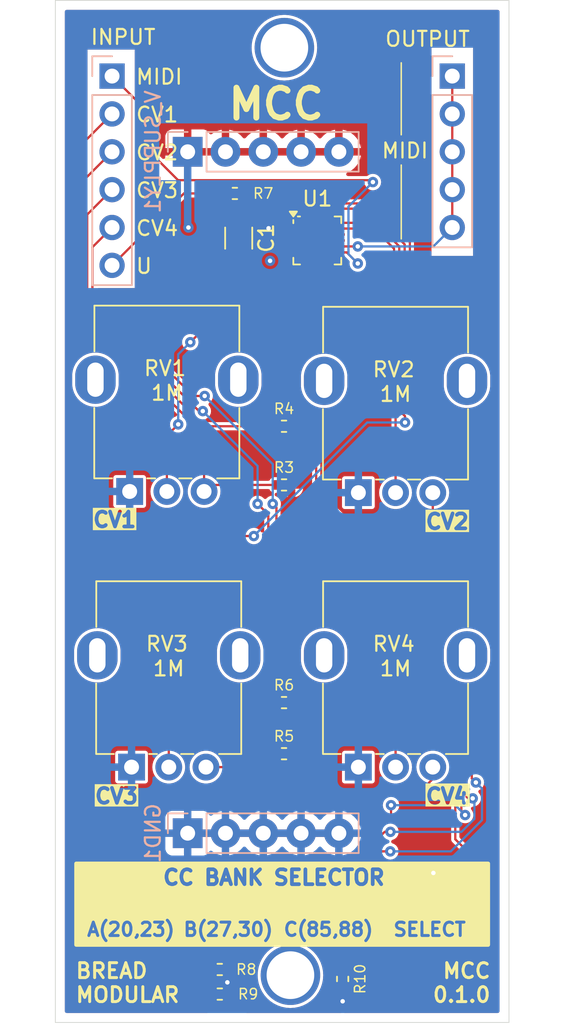
<source format=kicad_pcb>
(kicad_pcb (version 20240108) (generator "pcbnew") (generator_version "8.0")
  (layers (0 "F.Cu" signal) (31 "B.Cu" signal) (34 "B.Paste" user) (35 "F.Paste" user) (36 "B.SilkS" user "B.Silkscreen") (37 "F.SilkS" user "F.Silkscreen") (38 "B.Mask" user) (39 "F.Mask" user) (44 "Edge.Cuts" user))
  (net 0 "")
  (net 1 "GND")
  (net 2 "BANK_A_LED")
  (net 3 "Net-(D1-K)")
  (net 4 "BANK_B_LED")
  (net 5 "Net-(D2-K)")
  (net 6 "Net-(D3-K)")
  (net 7 "V_SUPPLY")
  (net 8 "BANK_C_LED")
  (net 9 "MIDI_IN")
  (net 10 "CV3")
  (net 11 "CV4")
  (net 12 "UDPI")
  (net 13 "CV1")
  (net 14 "CV2")
  (net 15 "MIDI_OUT")
  (net 16 "Net-(U1-~{RESET}{slash}PA0)")
  (net 17 "AIN_1")
  (net 18 "AIN_2")
  (net 19 "AIN_3")
  (net 20 "AIN_4")
  (net 21 "BANK_SELECTOR")
  (footprint "Resistor_SMD:R_0402_1005Metric" (layer "F.Cu") (at 66.294 106.299 -90)
    (property "Reference" "R10" (at 0 -1.17 90) (layer "F.SilkS") (effects (font (size 0.7 0.7) (thickness 0.1))))
    (property "Value" "1k")
    (fp_line (start -0.153641 0.38) (end 0.153641 0.38) (stroke (width 0.12)) (layer "F.SilkS"))
    (fp_line (start -0.153641 -0.38) (end 0.153641 -0.38) (stroke (width 0.12)) (layer "F.SilkS"))
    (pad "1" smd roundrect (at -0.51 0 270) (size 0.54 0.64) (layers "F.Cu" "F.Paste" "F.Mask") (net 6 "Net-(D3-K)"))
    (pad "2" smd roundrect (at 0.51 0 270) (size 0.54 0.64) (layers "F.Cu" "F.Paste" "F.Mask") (net 1 "GND"))
  )
  (footprint "Resistor_SMD:R_0402_1005Metric" (layer "F.Cu") (at 62.355 69.215)
    (property "Reference" "R4" (at 0 -1.17 0) (layer "F.SilkS") (effects (font (size 0.7 0.7) (thickness 0.1))))
    (property "Value" "10k")
    (fp_line (start -0.153641 -0.38) (end 0.153641 -0.38) (stroke (width 0.12)) (layer "F.SilkS"))
    (fp_line (start -0.153641 0.38) (end 0.153641 0.38) (stroke (width 0.12)) (layer "F.SilkS"))
    (pad "1" smd roundrect (at -0.51 0) (size 0.54 0.64) (layers "F.Cu" "F.Paste" "F.Mask") (net 14 "CV2"))
    (pad "2" smd roundrect (at 0.51 0) (size 0.54 0.64) (layers "F.Cu" "F.Paste" "F.Mask") (net 7 "V_SUPPLY"))
  )
  (footprint "Capacitor_SMD:C_1206_3216Metric" (layer "F.Cu") (at 59.309 56.593 -90)
    (property "Reference" "C1" (at 0 -1.85 90) (layer "F.SilkS"))
    (property "Value" "100uf")
    (fp_line (start -0.711252 0.91) (end 0.711252 0.91) (stroke (width 0.12)) (layer "F.SilkS"))
    (fp_line (start -0.711252 -0.91) (end 0.711252 -0.91) (stroke (width 0.12)) (layer "F.SilkS"))
    (pad "1" smd roundrect (at -1.475 0 270) (size 1.15 1.8) (layers "F.Cu" "F.Paste" "F.Mask") (roundrect_rratio 0.217391) (net 1 "GND"))
    (pad "2" smd roundrect (at 1.475 0 270) (size 1.15 1.8) (layers "F.Cu" "F.Paste" "F.Mask") (roundrect_rratio 0.217391) (net 7 "V_SUPPLY"))
  )
  (footprint "BreadModular_Pots:Potentiometer_RV09" (layer "F.Cu") (at 69.977 85.093)
    (property "Reference" "RV4" (at -0.254 -1.27 180) (layer "F.SilkS"))
    (property "Value" "1M" (at -0.127 0.381 180) (layer "F.SilkS"))
    (fp_line (start -5.007 6.112) (end -5.007 1.392) (stroke (width 0.12)) (layer "F.SilkS"))
    (fp_line (start -4.997 -2.418) (end -4.997 -5.478) (stroke (width 0.12)) (layer "F.SilkS"))
    (fp_line (start -3.817 6.112) (end -4.997 6.112) (stroke (width 0.12)) (layer "F.SilkS"))
    (fp_line (start -0.917 6.112) (end -1.447 6.112) (stroke (width 0.12)) (layer "F.SilkS"))
    (fp_line (start 1.533 6.112) (end 0.703 6.112) (stroke (width 0.12)) (layer "F.SilkS"))
    (fp_line (start 4.743 -5.478) (end -4.997 -5.478) (stroke (width 0.12)) (layer "F.SilkS"))
    (fp_line (start 4.743 -2.418) (end 4.743 -5.478) (stroke (width 0.12)) (layer "F.SilkS"))
    (fp_line (start 4.743 6.112) (end 3.253 6.112) (stroke (width 0.12)) (layer "F.SilkS"))
    (fp_line (start 4.743 6.112) (end 4.743 1.392) (stroke (width 0.12)) (layer "F.SilkS"))
    (pad "" thru_hole oval (at -4.927 -0.508 180) (size 2.72 3.24) (drill oval 1.1 2.3) (layers "*.Cu" "*.Mask"))
    (pad "" thru_hole oval (at 4.673 -0.508 180) (size 2.72 3.24) (drill oval 1.1 2.3) (layers "*.Cu" "*.Mask"))
    (pad "1" thru_hole rect (at -2.627 6.992 180) (size 1.8 1.8) (drill 1) (layers "*.Cu" "*.Mask") (net 1 "GND"))
    (pad "2" thru_hole circle (at -0.127 6.992 180) (size 1.8 1.8) (drill 1) (layers "*.Cu" "*.Mask") (net 20 "AIN_4"))
    (pad "3" thru_hole circle (at 2.373 6.992 180) (size 1.8 1.8) (drill 1) (layers "*.Cu" "*.Mask") (net 11 "CV4"))
  )
  (footprint "Resistor_SMD:R_0402_1005Metric" (layer "F.Cu") (at 58.039 107.315)
    (property "Reference" "R9" (at 1.905 0 0) (layer "F.SilkS") (effects (font (size 0.7 0.7) (thickness 0.1))))
    (property "Value" "1k")
    (fp_line (start -0.153641 -0.38) (end 0.153641 -0.38) (stroke (width 0.12)) (layer "F.SilkS"))
    (fp_line (start -0.153641 0.38) (end 0.153641 0.38) (stroke (width 0.12)) (layer "F.SilkS"))
    (pad "1" smd roundrect (at -0.51 0) (size 0.54 0.64) (layers "F.Cu" "F.Paste" "F.Mask") (net 5 "Net-(D2-K)"))
    (pad "2" smd roundrect (at 0.51 0) (size 0.54 0.64) (layers "F.Cu" "F.Paste" "F.Mask") (net 1 "GND"))
  )
  (footprint "LED_SMD:LED_0603_1608Metric" (layer "F.Cu") (at 52.1715 101.219)
    (property "Reference" "D1")
    (property "Value" "LED")
    (fp_line (start -1.485 -0.735) (end -1.485 0.735) (stroke (width 0.12)) (layer "F.SilkS"))
    (fp_line (start -1.485 0.735) (end 0.8 0.735) (stroke (width 0.12)) (layer "F.SilkS"))
    (fp_line (start 0.8 -0.735) (end -1.485 -0.735) (stroke (width 0.12)) (layer "F.SilkS"))
    (pad "1" smd roundrect (at -0.7875 0) (size 0.875 0.95) (layers "F.Cu" "F.Paste" "F.Mask") (net 3 "Net-(D1-K)"))
    (pad "2" smd roundrect (at 0.7875 0) (size 0.875 0.95) (layers "F.Cu" "F.Paste" "F.Mask") (net 2 "BANK_A_LED"))
  )
  (footprint "BreadModular_Pots:Potentiometer_RV09" (layer "F.Cu") (at 54.737 85.093)
    (property "Reference" "RV3" (at -0.254 -1.27 180) (layer "F.SilkS"))
    (property "Value" "1M" (at -0.127 0.381 180) (layer "F.SilkS"))
    (fp_line (start -5.007 6.112) (end -5.007 1.392) (stroke (width 0.12)) (layer "F.SilkS"))
    (fp_line (start -4.997 -2.418) (end -4.997 -5.478) (stroke (width 0.12)) (layer "F.SilkS"))
    (fp_line (start -3.817 6.112) (end -4.997 6.112) (stroke (width 0.12)) (layer "F.SilkS"))
    (fp_line (start -0.917 6.112) (end -1.447 6.112) (stroke (width 0.12)) (layer "F.SilkS"))
    (fp_line (start 1.533 6.112) (end 0.703 6.112) (stroke (width 0.12)) (layer "F.SilkS"))
    (fp_line (start 4.743 -5.478) (end -4.997 -5.478) (stroke (width 0.12)) (layer "F.SilkS"))
    (fp_line (start 4.743 -2.418) (end 4.743 -5.478) (stroke (width 0.12)) (layer "F.SilkS"))
    (fp_line (start 4.743 6.112) (end 3.253 6.112) (stroke (width 0.12)) (layer "F.SilkS"))
    (fp_line (start 4.743 6.112) (end 4.743 1.392) (stroke (width 0.12)) (layer "F.SilkS"))
    (pad "" thru_hole oval (at -4.927 -0.508 180) (size 2.72 3.24) (drill oval 1.1 2.3) (layers "*.Cu" "*.Mask"))
    (pad "" thru_hole oval (at 4.673 -0.508 180) (size 2.72 3.24) (drill oval 1.1 2.3) (layers "*.Cu" "*.Mask"))
    (pad "1" thru_hole rect (at -2.627 6.992 180) (size 1.8 1.8) (drill 1) (layers "*.Cu" "*.Mask") (net 1 "GND"))
    (pad "2" thru_hole circle (at -0.127 6.992 180) (size 1.8 1.8) (drill 1) (layers "*.Cu" "*.Mask") (net 19 "AIN_3"))
    (pad "3" thru_hole circle (at 2.373 6.992 180) (size 1.8 1.8) (drill 1) (layers "*.Cu" "*.Mask") (net 10 "CV3"))
  )
  (footprint "Package_DFN_QFN:VQFN-20-1EP_3x3mm_P0.4mm_EP1.7x1.7mm" (layer "F.Cu") (at 64.59 56.75)
    (property "Reference" "U1" (at 0 -2.8 0) (layer "F.SilkS"))
    (property "Value" "ATtiny1616-M")
    (fp_line (start -1.61 -1.16) (end -1.61 -1.37) (stroke (width 0.12)) (layer "F.SilkS"))
    (fp_line (start -1.61 1.61) (end -1.61 1.16) (stroke (width 0.12)) (layer "F.SilkS"))
    (fp_line (start -1.16 -1.61) (end -1.31 -1.61) (stroke (width 0.12)) (layer "F.SilkS"))
    (fp_line (start -1.16 1.61) (end -1.61 1.61) (stroke (width 0.12)) (layer "F.SilkS"))
    (fp_line (start 1.16 -1.61) (end 1.61 -1.61) (stroke (width 0.12)) (layer "F.SilkS"))
    (fp_line (start 1.16 1.61) (end 1.61 1.61) (stroke (width 0.12)) (layer "F.SilkS"))
    (fp_line (start 1.61 -1.61) (end 1.61 -1.16) (stroke (width 0.12)) (layer "F.SilkS"))
    (fp_line (start 1.61 1.61) (end 1.61 1.16) (stroke (width 0.12)) (layer "F.SilkS"))
    (fp_poly (pts (xy -1.61 -1.61) (xy -1.85 -1.94) (xy -1.37 -1.94) (xy -1.61 -1.61)) (stroke (width 0.12)) (fill solid) (layer "F.SilkS"))
    (pad "1" smd custom (at -1.45 -0.8) (size 0.143431 0.143431) (layers "F.Cu" "F.Paste" "F.Mask") (options (clearance outline) (anchor circle)) (primitives (gr_poly (pts (xy -0.35 -0.05) (xy 0.299289 -0.05) (xy 0.35 0.000711) (xy 0.35 0.05) (xy -0.35 0.05)) (width 0.1) (fill yes))))
    (pad "2" smd roundrect (at -1.45 -0.4) (size 0.8 0.2) (layers "F.Cu" "F.Paste" "F.Mask"))
    (pad "3" smd roundrect (at -1.45 0) (size 0.8 0.2) (layers "F.Cu" "F.Paste" "F.Mask") (net 1 "GND"))
    (pad "4" smd roundrect (at -1.45 0.4) (size 0.8 0.2) (layers "F.Cu" "F.Paste" "F.Mask") (net 7 "V_SUPPLY"))
    (pad "5" smd custom (at -1.45 0.8) (size 0.143431 0.143431) (layers "F.Cu" "F.Paste" "F.Mask") (net 17 "AIN_1") (options (clearance outline) (anchor circle)) (primitives (gr_poly (pts (xy -0.35 -0.05) (xy 0.35 -0.05) (xy 0.35 -0.000711) (xy 0.299289 0.05) (xy -0.35 0.05)) (width 0.1) (fill yes))))
    (pad "6" smd custom (at -0.8 1.45) (size 0.143431 0.143431) (layers "F.Cu" "F.Paste" "F.Mask") (net 18 "AIN_2") (options (clearance outline) (anchor circle)) (primitives (gr_poly (pts (xy -0.05 -0.299289) (xy 0.000711 -0.35) (xy 0.05 -0.35) (xy 0.05 0.35) (xy -0.05 0.35)) (width 0.1) (fill yes))))
    (pad "7" smd roundrect (at -0.4 1.45) (size 0.2 0.8) (layers "F.Cu" "F.Paste" "F.Mask") (net 19 "AIN_3"))
    (pad "8" smd roundrect (at 0 1.45) (size 0.2 0.8) (layers "F.Cu" "F.Paste" "F.Mask") (net 20 "AIN_4"))
    (pad "9" smd roundrect (at 0.4 1.45) (size 0.2 0.8) (layers "F.Cu" "F.Paste" "F.Mask"))
    (pad "10" smd custom (at 0.8 1.45) (size 0.143431 0.143431) (layers "F.Cu" "F.Paste" "F.Mask") (options (clearance outline) (anchor circle)) (primitives (gr_poly (pts (xy -0.05 -0.35) (xy -0.000711 -0.35) (xy 0.05 -0.299289) (xy 0.05 0.35) (xy -0.05 0.35)) (width 0.1) (fill yes))))
    (pad "11" smd custom (at 1.45 0.8) (size 0.143431 0.143431) (layers "F.Cu" "F.Paste" "F.Mask") (net 9 "MIDI_IN") (options (clearance outline) (anchor circle)) (primitives (gr_poly (pts (xy -0.35 -0.05) (xy 0.35 -0.05) (xy 0.35 0.05) (xy -0.299289 0.05) (xy -0.35 -0.000711)) (width 0.1) (fill yes))))
    (pad "12" smd roundrect (at 1.45 0.4) (size 0.8 0.2) (layers "F.Cu" "F.Paste" "F.Mask") (net 15 "MIDI_OUT"))
    (pad "13" smd roundrect (at 1.45 0) (size 0.8 0.2) (layers "F.Cu" "F.Paste" "F.Mask"))
    (pad "14" smd roundrect (at 1.45 -0.4) (size 0.8 0.2) (layers "F.Cu" "F.Paste" "F.Mask"))
    (pad "15" smd custom (at 1.45 -0.8) (size 0.143431 0.143431) (layers "F.Cu" "F.Paste" "F.Mask") (net 21 "BANK_SELECTOR") (options (clearance outline) (anchor circle)) (primitives (gr_poly (pts (xy -0.35 0.000711) (xy -0.299289 -0.05) (xy 0.35 -0.05) (xy 0.35 0.05) (xy -0.35 0.05)) (width 0.1) (fill yes))))
    (pad "16" smd custom (at 0.8 -1.45) (size 0.143431 0.143431) (layers "F.Cu" "F.Paste" "F.Mask") (net 2 "BANK_A_LED") (options (clearance outline) (anchor circle)) (primitives (gr_poly (pts (xy -0.05 -0.35) (xy 0.05 -0.35) (xy 0.05 0.299289) (xy -0.000711 0.35) (xy -0.05 0.35)) (width 0.1) (fill yes))))
    (pad "17" smd roundrect (at 0.4 -1.45) (size 0.2 0.8) (layers "F.Cu" "F.Paste" "F.Mask") (net 4 "BANK_B_LED"))
    (pad "18" smd roundrect (at 0 -1.45) (size 0.2 0.8) (layers "F.Cu" "F.Paste" "F.Mask") (net 8 "BANK_C_LED"))
    (pad "19" smd roundrect (at -0.4 -1.45) (size 0.2 0.8) (layers "F.Cu" "F.Paste" "F.Mask") (net 16 "Net-(U1-~{RESET}{slash}PA0)"))
    (pad "20" smd custom (at -0.8 -1.45) (size 0.143431 0.143431) (layers "F.Cu" "F.Paste" "F.Mask") (options (clearance outline) (anchor circle)) (primitives (gr_poly (pts (xy -0.05 -0.35) (xy 0.05 -0.35) (xy 0.05 0.35) (xy 0.000711 0.35) (xy -0.05 0.299289)) (width 0.1) (fill yes))))
    (pad "21" smd rect (at 0 0) (size 1.7 1.7) (property pad_prop_heatsink) (layers "F.Cu" "F.Mask") (net 1 "GND"))
  )
  (footprint "Resistor_SMD:R_0402_1005Metric" (layer "F.Cu") (at 58.037 105.664)
    (property "Reference" "R8" (at 1.78 0 0) (layer "F.SilkS") (effects (font (size 0.7 0.7) (thickness 0.1))))
    (property "Value" "1k")
    (fp_line (start -0.153641 -0.38) (end 0.153641 -0.38) (stroke (width 0.12)) (layer "F.SilkS"))
    (fp_line (start -0.153641 0.38) (end 0.153641 0.38) (stroke (width 0.12)) (layer "F.SilkS"))
    (pad "1" smd roundrect (at -0.51 0) (size 0.54 0.64) (layers "F.Cu" "F.Paste" "F.Mask") (net 3 "Net-(D1-K)"))
    (pad "2" smd roundrect (at 0.51 0) (size 0.54 0.64) (layers "F.Cu" "F.Paste" "F.Mask") (net 1 "GND"))
  )
  (footprint "LED_SMD:LED_0603_1608Metric" (layer "F.Cu") (at 58.7755 101.219)
    (property "Reference" "D2")
    (property "Value" "LED")
    (fp_line (start -1.485 -0.735) (end -1.485 0.735) (stroke (width 0.12)) (layer "F.SilkS"))
    (fp_line (start -1.485 0.735) (end 0.8 0.735) (stroke (width 0.12)) (layer "F.SilkS"))
    (fp_line (start 0.8 -0.735) (end -1.485 -0.735) (stroke (width 0.12)) (layer "F.SilkS"))
    (pad "1" smd roundrect (at -0.7875 0) (size 0.875 0.95) (layers "F.Cu" "F.Paste" "F.Mask") (net 5 "Net-(D2-K)"))
    (pad "2" smd roundrect (at 0.7875 0) (size 0.875 0.95) (layers "F.Cu" "F.Paste" "F.Mask") (net 4 "BANK_B_LED"))
  )
  (footprint "LED_SMD:LED_0603_1608Metric" (layer "F.Cu") (at 65.5065 101.219)
    (property "Reference" "D3")
    (property "Value" "LED")
    (fp_line (start -1.485 -0.735) (end -1.485 0.735) (stroke (width 0.12)) (layer "F.SilkS"))
    (fp_line (start -1.485 0.735) (end 0.8 0.735) (stroke (width 0.12)) (layer "F.SilkS"))
    (fp_line (start 0.8 -0.735) (end -1.485 -0.735) (stroke (width 0.12)) (layer "F.SilkS"))
    (pad "1" smd roundrect (at -0.7875 0) (size 0.875 0.95) (layers "F.Cu" "F.Paste" "F.Mask") (net 6 "Net-(D3-K)"))
    (pad "2" smd roundrect (at 0.7875 0) (size 0.875 0.95) (layers "F.Cu" "F.Paste" "F.Mask") (net 8 "BANK_C_LED"))
  )
  (footprint "BreadModular_Pots:Potentiometer_RV09" (layer "F.Cu") (at 69.977 66.678)
    (property "Reference" "RV2" (at -0.254 -1.27 180) (layer "F.SilkS"))
    (property "Value" "1M" (at -0.127 0.381 180) (layer "F.SilkS"))
    (fp_line (start -5.007 6.112) (end -5.007 1.392) (stroke (width 0.12)) (layer "F.SilkS"))
    (fp_line (start -4.997 -2.418) (end -4.997 -5.478) (stroke (width 0.12)) (layer "F.SilkS"))
    (fp_line (start -3.817 6.112) (end -4.997 6.112) (stroke (width 0.12)) (layer "F.SilkS"))
    (fp_line (start -0.917 6.112) (end -1.447 6.112) (stroke (width 0.12)) (layer "F.SilkS"))
    (fp_line (start 1.533 6.112) (end 0.703 6.112) (stroke (width 0.12)) (layer "F.SilkS"))
    (fp_line (start 4.743 -5.478) (end -4.997 -5.478) (stroke (width 0.12)) (layer "F.SilkS"))
    (fp_line (start 4.743 -2.418) (end 4.743 -5.478) (stroke (width 0.12)) (layer "F.SilkS"))
    (fp_line (start 4.743 6.112) (end 3.253 6.112) (stroke (width 0.12)) (layer "F.SilkS"))
    (fp_line (start 4.743 6.112) (end 4.743 1.392) (stroke (width 0.12)) (layer "F.SilkS"))
    (pad "" thru_hole oval (at -4.927 -0.508 180) (size 2.72 3.24) (drill oval 1.1 2.3) (layers "*.Cu" "*.Mask"))
    (pad "" thru_hole oval (at 4.673 -0.508 180) (size 2.72 3.24) (drill oval 1.1 2.3) (layers "*.Cu" "*.Mask"))
    (pad "1" thru_hole rect (at -2.627 6.992 180) (size 1.8 1.8) (drill 1) (layers "*.Cu" "*.Mask") (net 1 "GND"))
    (pad "2" thru_hole circle (at -0.127 6.992 180) (size 1.8 1.8) (drill 1) (layers "*.Cu" "*.Mask") (net 18 "AIN_2"))
    (pad "3" thru_hole circle (at 2.373 6.992 180) (size 1.8 1.8) (drill 1) (layers "*.Cu" "*.Mask") (net 14 "CV2"))
  )
  (footprint "Resistor_SMD:R_0402_1005Metric" (layer "F.Cu") (at 62.355 87.757)
    (property "Reference" "R6" (at 0 -1.17 0) (layer "F.SilkS") (effects (font (size 0.7 0.7) (thickness 0.1))))
    (property "Value" "10k")
    (fp_line (start -0.153641 -0.38) (end 0.153641 -0.38) (stroke (width 0.12)) (layer "F.SilkS"))
    (fp_line (start -0.153641 0.38) (end 0.153641 0.38) (stroke (width 0.12)) (layer "F.SilkS"))
    (pad "1" smd roundrect (at -0.51 0) (size 0.54 0.64) (layers "F.Cu" "F.Paste" "F.Mask") (net 11 "CV4"))
    (pad "2" smd roundrect (at 0.51 0) (size 0.54 0.64) (layers "F.Cu" "F.Paste" "F.Mask") (net 7 "V_SUPPLY"))
  )
  (footprint "Resistor_SMD:R_0402_1005Metric" (layer "F.Cu") (at 59.053 53.594 180)
    (property "Reference" "R7" (at -1.905 0 0) (layer "F.SilkS") (effects (font (size 0.7 0.7) (thickness 0.1))))
    (property "Value" "4.7k")
    (fp_line (start -0.153641 0.38) (end 0.153641 0.38) (stroke (width 0.12)) (layer "F.SilkS"))
    (fp_line (start -0.153641 -0.38) (end 0.153641 -0.38) (stroke (width 0.12)) (layer "F.SilkS"))
    (pad "1" smd roundrect (at -0.51 0 180) (size 0.54 0.64) (layers "F.Cu" "F.Paste" "F.Mask") (net 16 "Net-(U1-~{RESET}{slash}PA0)"))
    (pad "2" smd roundrect (at 0.51 0 180) (size 0.54 0.64) (layers "F.Cu" "F.Paste" "F.Mask") (net 12 "UDPI"))
  )
  (footprint "Resistor_SMD:R_0402_1005Metric" (layer "F.Cu") (at 62.355 73.152)
    (property "Reference" "R3" (at 0 -1.17 0) (layer "F.SilkS") (effects (font (size 0.7 0.7) (thickness 0.1))))
    (property "Value" "10k")
    (fp_line (start -0.153641 -0.38) (end 0.153641 -0.38) (stroke (width 0.12)) (layer "F.SilkS"))
    (fp_line (start -0.153641 0.38) (end 0.153641 0.38) (stroke (width 0.12)) (layer "F.SilkS"))
    (pad "1" smd roundrect (at -0.51 0) (size 0.54 0.64) (layers "F.Cu" "F.Paste" "F.Mask") (net 13 "CV1"))
    (pad "2" smd roundrect (at 0.51 0) (size 0.54 0.64) (layers "F.Cu" "F.Paste" "F.Mask") (net 7 "V_SUPPLY"))
  )
  (footprint "BreadModular_Pots:Potentiometer_RV09" (layer "F.Cu") (at 54.61 66.5988)
    (property "Reference" "RV1" (at -0.254 -1.27 180) (layer "F.SilkS"))
    (property "Value" "1M" (at -0.127 0.381 180) (layer "F.SilkS"))
    (fp_line (start -5.007 6.112) (end -5.007 1.392) (stroke (width 0.12)) (layer "F.SilkS"))
    (fp_line (start -4.997 -2.418) (end -4.997 -5.478) (stroke (width 0.12)) (layer "F.SilkS"))
    (fp_line (start -3.817 6.112) (end -4.997 6.112) (stroke (width 0.12)) (layer "F.SilkS"))
    (fp_line (start -0.917 6.112) (end -1.447 6.112) (stroke (width 0.12)) (layer "F.SilkS"))
    (fp_line (start 1.533 6.112) (end 0.703 6.112) (stroke (width 0.12)) (layer "F.SilkS"))
    (fp_line (start 4.743 -5.478) (end -4.997 -5.478) (stroke (width 0.12)) (layer "F.SilkS"))
    (fp_line (start 4.743 -2.418) (end 4.743 -5.478) (stroke (width 0.12)) (layer "F.SilkS"))
    (fp_line (start 4.743 6.112) (end 3.253 6.112) (stroke (width 0.12)) (layer "F.SilkS"))
    (fp_line (start 4.743 6.112) (end 4.743 1.392) (stroke (width 0.12)) (layer "F.SilkS"))
    (pad "" thru_hole oval (at -4.927 -0.508 180) (size 2.72 3.24) (drill oval 1.1 2.3) (layers "*.Cu" "*.Mask"))
    (pad "" thru_hole oval (at 4.673 -0.508 180) (size 2.72 3.24) (drill oval 1.1 2.3) (layers "*.Cu" "*.Mask"))
    (pad "1" thru_hole rect (at -2.627 6.992 180) (size 1.8 1.8) (drill 1) (layers "*.Cu" "*.Mask") (net 1 "GND"))
    (pad "2" thru_hole circle (at -0.127 6.992 180) (size 1.8 1.8) (drill 1) (layers "*.Cu" "*.Mask") (net 17 "AIN_1"))
    (pad "3" thru_hole circle (at 2.373 6.992 180) (size 1.8 1.8) (drill 1) (layers "*.Cu" "*.Mask") (net 13 "CV1"))
  )
  (footprint "Resistor_SMD:R_0402_1005Metric" (layer "F.Cu") (at 62.355 91.186)
    (property "Reference" "R5" (at 0 -1.17 0) (layer "F.SilkS") (effects (font (size 0.7 0.7) (thickness 0.1))))
    (property "Value" "10k")
    (fp_line (start -0.153641 -0.38) (end 0.153641 -0.38) (stroke (width 0.12)) (layer "F.SilkS"))
    (fp_line (start -0.153641 0.38) (end 0.153641 0.38) (stroke (width 0.12)) (layer "F.SilkS"))
    (pad "1" smd roundrect (at -0.51 0) (size 0.54 0.64) (layers "F.Cu" "F.Paste" "F.Mask") (net 10 "CV3"))
    (pad "2" smd roundrect (at 0.51 0) (size 0.54 0.64) (layers "F.Cu" "F.Paste" "F.Mask") (net 7 "V_SUPPLY"))
  )
  (footprint "BreadModular_MISC:K2-1808SN-A4SW-01" (layer "F.Cu") (at 72.145 100.287)
    (property "Reference" "SW1" (at 0.108 -0.018 0) (layer "F.SilkS") (effects (font (thickness 0.1))))
    (property "Value" "K2-1808SN-A4SW-01")
    (fp_line (start -2.05 -0.725) (end -2.05 0.775) (stroke (width 0.1)) (layer "F.SilkS"))
    (fp_line (start -1.5 -1.2) (end 1.6 -1.2) (stroke (width 0.1)) (layer "F.SilkS"))
    (fp_line (start -1.49 1.025) (end 1.61 1.025) (stroke (width 0.1)) (layer "F.SilkS"))
    (fp_line (start 2.175 -0.725) (end 2.175 0.775) (stroke (width 0.1)) (layer "F.SilkS"))
    (pad "1" smd rect (at -2.06 -1.1) (size 1.05 0.65) (layers "F.Cu" "F.Paste" "F.Mask") (net 1 "GND"))
    (pad "1" smd rect (at 2.14 -1.1) (size 1.05 0.65) (layers "F.Cu" "F.Paste" "F.Mask") (net 1 "GND"))
    (pad "2" smd rect (at -2.05 1.125) (size 1.05 0.65) (layers "F.Cu" "F.Paste" "F.Mask") (net 21 "BANK_SELECTOR"))
    (pad "2" smd rect (at 2.15 1.125) (size 1.05 0.65) (layers "F.Cu" "F.Paste" "F.Mask") (net 21 "BANK_SELECTOR"))
  )
  (footprint "Connector_PinSocket_2.54mm:PinSocket_1x06_P2.54mm_Vertical" (layer "B.Cu") (at 50.8 45.72 180)
    (property "Reference" "INPUT1")
    (property "Value" "Conn_01x06_Socket")
    (fp_line (start 1.33 1.33) (end 0 1.33) (stroke (width 0.12)) (layer "B.SilkS"))
    (fp_line (start 1.33 0) (end 1.33 1.33) (stroke (width 0.12)) (layer "B.SilkS"))
    (fp_line (start 1.33 -1.27) (end -1.33 -1.27) (stroke (width 0.12)) (layer "B.SilkS"))
    (fp_line (start 1.33 -14.03) (end 1.33 -1.27) (stroke (width 0.12)) (layer "B.SilkS"))
    (fp_line (start 1.33 -14.03) (end -1.33 -14.03) (stroke (width 0.12)) (layer "B.SilkS"))
    (fp_line (start -1.33 -14.03) (end -1.33 -1.27) (stroke (width 0.12)) (layer "B.SilkS"))
    (pad "1" thru_hole rect (at 0 0 180) (size 1.7 1.7) (drill 1) (layers "*.Cu" "*.Mask") (net 9 "MIDI_IN"))
    (pad "2" thru_hole oval (at 0 -2.54 180) (size 1.7 1.7) (drill 1) (layers "*.Cu" "*.Mask") (net 13 "CV1"))
    (pad "3" thru_hole oval (at 0 -5.08 180) (size 1.7 1.7) (drill 1) (layers "*.Cu" "*.Mask") (net 14 "CV2"))
    (pad "4" thru_hole oval (at 0 -7.62 180) (size 1.7 1.7) (drill 1) (layers "*.Cu" "*.Mask") (net 10 "CV3"))
    (pad "5" thru_hole oval (at 0 -10.16 180) (size 1.7 1.7) (drill 1) (layers "*.Cu" "*.Mask") (net 11 "CV4"))
    (pad "6" thru_hole oval (at 0 -12.7 180) (size 1.7 1.7) (drill 1) (layers "*.Cu" "*.Mask") (net 12 "UDPI"))
  )
  (footprint "BreadModular_MISC:Power_Connector" (layer "B.Cu") (at 55.88 50.8 -90)
    (property "Reference" "V_SUPPLY1" (at 0 2.33 90) (layer "B.SilkS") (effects (justify mirror)))
    (property "Value" "Conn_01x05_Pin")
    (fp_line (start -1.33 1.33) (end -1.33 0) (stroke (width 0.12)) (layer "B.SilkS"))
    (fp_line (start 0 1.33) (end -1.33 1.33) (stroke (width 0.12)) (layer "B.SilkS"))
    (fp_line (start 1.33 -1.27) (end -1.33 -1.27) (stroke (width 0.12)) (layer "B.SilkS"))
    (fp_line (start -1.33 -11.49) (end -1.33 -1.27) (stroke (width 0.12)) (layer "B.SilkS"))
    (fp_line (start 1.33 -11.49) (end 1.33 -1.27) (stroke (width 0.12)) (layer "B.SilkS"))
    (fp_line (start 1.33 -11.49) (end -1.33 -11.49) (stroke (width 0.12)) (layer "B.SilkS"))
    (pad "1" thru_hole rect (at 0 0 270) (size 2 2) (drill 1) (layers "*.Cu" "*.Mask") (net 7 "V_SUPPLY"))
    (pad "2" thru_hole oval (at 0 -2.54 270) (size 2 2) (drill 1) (layers "*.Cu" "*.Mask") (net 7 "V_SUPPLY"))
    (pad "3" thru_hole oval (at 0 -5.08 270) (size 2 2) (drill 1) (layers "*.Cu" "*.Mask") (net 7 "V_SUPPLY"))
    (pad "4" thru_hole oval (at 0 -7.62 270) (size 2 2) (drill 1) (layers "*.Cu" "*.Mask") (net 7 "V_SUPPLY"))
    (pad "5" thru_hole oval (at 0 -10.16 270) (size 2 2) (drill 1) (layers "*.Cu" "*.Mask") (net 7 "V_SUPPLY"))
  )
  (footprint "BreadModular_MISC:Power_Connector" (layer "B.Cu") (at 55.88 96.52 -90)
    (property "Reference" "GND1" (at 0 2.33 90) (layer "B.SilkS") (effects (justify mirror)))
    (property "Value" "Conn_01x05_Pin")
    (fp_line (start -1.33 1.33) (end -1.33 0) (stroke (width 0.12)) (layer "B.SilkS"))
    (fp_line (start 0 1.33) (end -1.33 1.33) (stroke (width 0.12)) (layer "B.SilkS"))
    (fp_line (start 1.33 -1.27) (end -1.33 -1.27) (stroke (width 0.12)) (layer "B.SilkS"))
    (fp_line (start -1.33 -11.49) (end -1.33 -1.27) (stroke (width 0.12)) (layer "B.SilkS"))
    (fp_line (start 1.33 -11.49) (end 1.33 -1.27) (stroke (width 0.12)) (layer "B.SilkS"))
    (fp_line (start 1.33 -11.49) (end -1.33 -11.49) (stroke (width 0.12)) (layer "B.SilkS"))
    (pad "1" thru_hole rect (at 0 0 270) (size 2 2) (drill 1) (layers "*.Cu" "*.Mask") (net 1 "GND"))
    (pad "2" thru_hole oval (at 0 -2.54 270) (size 2 2) (drill 1) (layers "*.Cu" "*.Mask") (net 1 "GND"))
    (pad "3" thru_hole oval (at 0 -5.08 270) (size 2 2) (drill 1) (layers "*.Cu" "*.Mask") (net 1 "GND"))
    (pad "4" thru_hole oval (at 0 -7.62 270) (size 2 2) (drill 1) (layers "*.Cu" "*.Mask") (net 1 "GND"))
    (pad "5" thru_hole oval (at 0 -10.16 270) (size 2 2) (drill 1) (layers "*.Cu" "*.Mask") (net 1 "GND"))
  )
  (footprint "Connector_PinSocket_2.54mm:PinSocket_1x05_P2.54mm_Vertical" (layer "B.Cu") (at 73.66 45.72 180)
    (property "Reference" "OUTPUT1")
    (property "Value" "Conn_01x05_Socket")
    (fp_line (start 1.33 1.33) (end 0 1.33) (stroke (width 0.12)) (layer "B.SilkS"))
    (fp_line (start 1.33 0) (end 1.33 1.33) (stroke (width 0.12)) (layer "B.SilkS"))
    (fp_line (start 1.33 -1.27) (end -1.33 -1.27) (stroke (width 0.12)) (layer "B.SilkS"))
    (fp_line (start 1.33 -11.49) (end 1.33 -1.27) (stroke (width 0.12)) (layer "B.SilkS"))
    (fp_line (start 1.33 -11.49) (end -1.33 -11.49) (stroke (width 0.12)) (layer "B.SilkS"))
    (fp_line (start -1.33 -11.49) (end -1.33 -1.27) (stroke (width 0.12)) (layer "B.SilkS"))
    (pad "1" thru_hole rect (at 0 0 180) (size 1.7 1.7) (drill 1) (layers "*.Cu" "*.Mask") (net 15 "MIDI_OUT"))
    (pad "2" thru_hole oval (at 0 -2.54 180) (size 1.7 1.7) (drill 1) (layers "*.Cu" "*.Mask") (net 15 "MIDI_OUT"))
    (pad "3" thru_hole oval (at 0 -5.08 180) (size 1.7 1.7) (drill 1) (layers "*.Cu" "*.Mask") (net 15 "MIDI_OUT"))
    (pad "4" thru_hole oval (at 0 -7.62 180) (size 1.7 1.7) (drill 1) (layers "*.Cu" "*.Mask") (net 15 "MIDI_OUT"))
    (pad "5" thru_hole oval (at 0 -10.16 180) (size 1.7 1.7) (drill 1) (layers "*.Cu" "*.Mask") (net 15 "MIDI_OUT"))
  )
  (gr_line (start 70.231 49.657) (end 70.231 44.831) (stroke (width 0.1)) (layer "F.SilkS"))
  (gr_line (start 70.231 51.689) (end 70.231 56.642) (stroke (width 0.1)) (layer "F.SilkS"))
  (gr_line (start 46.99 109.22) (end 77.47 109.22) (stroke (width 0.05)) (layer "Edge.Cuts"))
  (gr_line (start 77.47 40.64) (end 46.99 40.64) (stroke (width 0.05)) (layer "Edge.Cuts"))
  (gr_line (start 46.99 40.64) (end 46.99 109.22) (stroke (width 0.05)) (layer "Edge.Cuts"))
  (gr_line (start 77.47 109.22) (end 77.47 40.64) (stroke (width 0.05)) (layer "Edge.Cuts"))
  (gr_text "CV1" (at 52.324 48.895 0) (layer "F.SilkS") (effects (font (size 1 1)) (justify left bottom)))
  (gr_text "CV2" (at 71.755 76.2 0) (layer "F.SilkS" knockout) (effects (font (size 1 1) (thickness 0.25) (bold yes)) (justify left bottom)))
  (gr_text "INPUT" (at 49.276 43.688 0) (layer "F.SilkS") (effects (font (size 1 1)) (justify left bottom)))
  (gr_text "MIDI" (at 68.834 51.308 0) (layer "F.SilkS") (effects (font (size 1 1)) (justify left bottom)))
  (gr_text "A(20,23)" (at 49.022 103.505 0) (layer "F.SilkS" knockout) (effects (font (size 0.9 0.9) (thickness 0.2) (bold yes)) (justify left bottom)))
  (gr_text "U" (at 52.324 59.055 0) (layer "F.SilkS") (effects (font (size 1 1)) (justify left bottom)))
  (gr_text "CC BANK SELECTOR" (at 54.102 100.076 0) (layer "F.SilkS" knockout) (effects (font (size 1 1) (thickness 0.25) (bold yes)) (justify left bottom)))
  (gr_text "CV1" (at 49.403 76.073 0) (layer "F.SilkS" knockout) (effects (font (size 1 1) (thickness 0.25) (bold yes)) (justify left bottom)))
  (gr_text "C(85,88)" (at 62.23 103.505 0) (layer "F.SilkS" knockout) (effects (font (size 0.9 0.9) (thickness 0.2) (bold yes)) (justify left bottom)))
  (gr_text "MCC\n0.1.0" (at 76.327 107.95 0) (layer "F.SilkS") (effects (font (size 1 1) (thickness 0.2) (bold yes)) (justify right bottom)))
  (gr_text "MCC" (at 58.42 48.768 0) (layer "F.SilkS") (effects (font (size 2 2) (thickness 0.4) (bold yes)) (justify left bottom)))
  (gr_text "CV3" (at 49.53 94.615 0) (layer "F.SilkS" knockout) (effects (font (size 1 1) (thickness 0.25) (bold yes)) (justify left bottom)))
  (gr_text "MIDI" (at 52.324 46.355 0) (layer "F.SilkS") (effects (font (size 1 1)) (justify left bottom)))
  (gr_text "CV4" (at 52.324 56.515 0) (layer "F.SilkS") (effects (font (size 1 1)) (justify left bottom)))
  (gr_text "CV3" (at 52.324 53.975 0) (layer "F.SilkS") (effects (font (size 1 1)) (justify left bottom)))
  (gr_text "SELECT" (at 72.136 103.505 0) (layer "F.SilkS" knockout) (effects (font (size 0.9 0.9) (thickness 0.2) (bold yes)) (justify bottom)))
  (gr_text "B(27,30)" (at 55.499 103.505 0) (layer "F.SilkS" knockout) (effects (font (size 0.9 0.9) (thickness 0.2) (bold yes)) (justify left bottom)))
  (gr_text "OUTPUT" (at 74.93 43.815 0) (layer "F.SilkS") (effects (font (size 1 1)) (justify right bottom)))
  (gr_text "CV2" (at 52.324 51.435 0) (layer "F.SilkS") (effects (font (size 1 1)) (justify left bottom)))
  (gr_text "BREAD\nMODULAR" (at 48.26 107.95 0) (layer "F.SilkS") (effects (font (size 1 1) (thickness 0.2) (bold yes)) (justify left bottom)))
  (gr_text "CV4" (at 71.755 94.615 0) (layer "F.SilkS" knockout) (effects (font (size 1 1) (thickness 0.25) (bold yes)) (justify left bottom)))
  (via (at 62.784908 106.045) (size 4) (drill 3.2) (layers "F.Cu" "B.Cu") (net 0))
  (via (at 62.37758 43.815) (size 4) (drill 3.2) (layers "F.Cu" "B.Cu") (net 0))
  (segment (start 55.88 96.52) (end 66.04 96.52) (width 0.5) (layer "F.Cu") (net 1))
  (segment (start 60.5028 55.118) (end 61.3156 55.9308) (width 0.15) (layer "F.Cu") (net 1))
  (segment (start 58.547 107.313) (end 58.549 107.315) (width 0.15) (layer "F.Cu") (net 1))
  (segment (start 66.294 106.809) (end 66.294 107.7976) (width 0.15) (layer "F.Cu") (net 1))
  (segment (start 63.14 56.75) (end 62.1348 56.75) (width 0.15) (layer "F.Cu") (net 1))
  (segment (start 70.085 99.187) (end 72.39 99.187) (width 0.15) (layer "F.Cu") (net 1))
  (segment (start 58.547 105.664) (end 58.547 106.5276) (width 0.15) (layer "F.Cu") (net 1))
  (segment (start 59.309 55.118) (end 60.5028 55.118) (width 0.15) (layer "F.Cu") (net 1))
  (segment (start 64.59 56.75) (end 63.14 56.75) (width 0.15) (layer "F.Cu") (net 1))
  (segment (start 62.1348 56.75) (end 61.3156 55.9308) (width 0.15) (layer "F.Cu") (net 1))
  (segment (start 58.547 106.5276) (end 58.547 107.313) (width 0.15) (layer "F.Cu") (net 1))
  (segment (start 72.39 99.187) (end 74.285 99.187) (width 0.15) (layer "F.Cu") (net 1))
  (via (at 58.547 106.5276) (size 0.7) (drill 0.3) (layers "F.Cu" "B.Cu") (net 1))
  (via (at 66.294 107.7976) (size 0.7) (drill 0.3) (layers "F.Cu" "B.Cu") (net 1))
  (via (at 72.39 99.187) (size 0.7) (drill 0.3) (layers "F.Cu" "B.Cu") (net 1))
  (via (at 61.3156 55.9308) (size 0.7) (drill 0.3) (layers "F.Cu" "B.Cu") (net 1))
  (segment (start 71.215088 67.316513) (end 71.215087 67.316513) (width 0.15) (layer "F.Cu") (net 2))
  (segment (start 69.5452 94.6404) (end 69.5452 95.3008) (width 0.15) (layer "F.Cu") (net 2))
  (segment (start 66.04 98.806) (end 55.372 98.806) (width 0.15) (layer "F.Cu") (net 2))
  (segment (start 68.519 55.565) (end 65.655 55.565) (width 0.15) (layer "F.Cu") (net 2))
  (segment (start 71.951687 88.982713) (end 70.6064 87.637426) (width 0.15) (layer "F.Cu") (net 2))
  (segment (start 70.6064 80.815374) (end 74.9244 76.497374) (width 0.15) (layer "F.Cu") (net 2))
  (segment (start 74.2696 95.0468) (end 74.2696 91.300625) (width 0.15) (layer "F.Cu") (net 2))
  (segment (start 71.215087 67.316513) (end 70.0984 66.199826) (width 0.15) (layer "F.Cu") (net 2))
  (segment (start 70.6064 87.637426) (end 70.6064 80.815374) (width 0.15) (layer "F.Cu") (net 2))
  (segment (start 55.372 98.806) (end 52.959 101.219) (width 0.15) (layer "F.Cu") (net 2))
  (segment (start 70.0984 57.1444) (end 68.519 55.565) (width 0.15) (layer "F.Cu") (net 2))
  (segment (start 74.9244 76.497374) (end 74.9244 71.025825) (width 0.15) (layer "F.Cu") (net 2))
  (segment (start 74.2696 91.300625) (end 71.951688 88.982713) (width 0.15) (layer "F.Cu") (net 2))
  (segment (start 70.0984 66.199826) (end 70.0984 57.1444) (width 0.15) (layer "F.Cu") (net 2))
  (segment (start 65.655 55.565) (end 65.39 55.3) (width 0.15) (layer "F.Cu") (net 2))
  (segment (start 71.951688 88.982713) (end 71.951687 88.982713) (width 0.15) (layer "F.Cu") (net 2))
  (segment (start 69.5452 95.3008) (end 66.04 98.806) (width 0.15) (layer "F.Cu") (net 2))
  (segment (start 74.5236 95.3008) (end 74.2696 95.0468) (width 0.15) (layer "F.Cu") (net 2))
  (segment (start 74.9244 71.025825) (end 71.215088 67.316513) (width 0.15) (layer "F.Cu") (net 2))
  (via (at 69.5452 94.6404) (size 0.7) (drill 0.3) (layers "F.Cu" "B.Cu") (net 2))
  (via (at 74.5236 95.3008) (size 0.7) (drill 0.3) (layers "F.Cu" "B.Cu") (net 2))
  (segment (start 69.5452 94.6404) (end 73.8632 94.6404) (width 0.15) (layer "B.Cu") (net 2))
  (segment (start 73.8632 94.6404) (end 74.5236 95.3008) (width 0.15) (layer "B.Cu") (net 2))
  (segment (start 55.829 105.664) (end 51.384 101.219) (width 0.15) (layer "F.Cu") (net 3))
  (segment (start 57.527 105.664) (end 55.829 105.664) (width 0.15) (layer "F.Cu") (net 3))
  (segment (start 68.063974 54.615) (end 65.201776 54.615) (width 0.15) (layer "F.Cu") (net 4))
  (segment (start 75.2744 70.88085) (end 70.4596 66.06605) (width 0.15) (layer "F.Cu") (net 4))
  (segment (start 75.0316 94.1832) (end 74.7268 94.1832) (width 0.15) (layer "F.Cu") (net 4))
  (segment (start 64.99 54.826776) (end 64.99 55.3) (width 0.15) (layer "F.Cu") (net 4))
  (segment (start 74.7268 94.1832) (end 74.6196 94.076) (width 0.15) (layer "F.Cu") (net 4))
  (segment (start 70.9564 80.960349) (end 75.2744 76.642349) (width 0.15) (layer "F.Cu") (net 4))
  (segment (start 67.811487 97.732687) (end 69.115632 96.428542) (width 0.15) (layer "F.Cu") (net 4))
  (segment (start 61.151001 99.156) (end 66.388174 99.156) (width 0.15) (layer "F.Cu") (net 4))
  (segment (start 75.2744 76.642349) (end 75.2744 70.88085) (width 0.15) (layer "F.Cu") (net 4))
  (segment (start 70.4596 66.06605) (end 70.4596 57.010625) (width 0.15) (layer "F.Cu") (net 4))
  (segment (start 75.1332 94.2848) (end 75.0316 94.1832) (width 0.15) (layer "F.Cu") (net 4))
  (segment (start 66.388174 99.156) (end 67.811487 97.732687) (width 0.15) (layer "F.Cu") (net 4))
  (segment (start 69.115632 96.428542) (end 69.504542 96.428542) (width 0.15) (layer "F.Cu") (net 4))
  (segment (start 70.9564 87.492452) (end 70.9564 80.960349) (width 0.15) (layer "F.Cu") (net 4))
  (segment (start 59.563 100.744001) (end 61.151001 99.156) (width 0.15) (layer "F.Cu") (net 4))
  (segment (start 59.563 101.219) (end 59.563 100.744001) (width 0.15) (layer "F.Cu") (net 4))
  (segment (start 70.4596 57.010625) (end 70.243375 56.7944) (width 0.15) (layer "F.Cu") (net 4))
  (segment (start 69.538687 56.089713) (end 68.063974 54.615) (width 0.15) (layer "F.Cu") (net 4))
  (segment (start 65.201776 54.615) (end 64.99 54.826776) (width 0.15) (layer "F.Cu") (net 4))
  (segment (start 74.6196 94.076) (end 74.6196 91.155652) (width 0.15) (layer "F.Cu") (net 4))
  (segment (start 74.6196 91.155652) (end 70.9564 87.492452) (width 0.15) (layer "F.Cu") (net 4))
  (segment (start 70.243375 56.7944) (end 69.538687 56.089713) (width 0.15) (layer "F.Cu") (net 4))
  (via (at 75.0316 94.1832) (size 0.7) (drill 0.3) (layers "F.Cu" "B.Cu") (net 4))
  (via (at 69.504542 96.428542) (size 0.7) (drill 0.3) (layers "F.Cu" "B.Cu") (net 4))
  (segment (start 75.1486 95.559684) (end 74.279742 96.428542) (width 0.15) (layer "B.Cu") (net 4))
  (segment (start 75.0316 94.1832) (end 75.1486 94.3002) (width 0.15) (layer "B.Cu") (net 4))
  (segment (start 74.279742 96.428542) (end 69.504542 96.428542) (width 0.15) (layer "B.Cu") (net 4))
  (segment (start 75.1486 94.3002) (end 75.1486 95.559684) (width 0.15) (layer "B.Cu") (net 4))
  (segment (start 59.3344 108.4072) (end 57.7088 108.4072) (width 0.15) (layer "F.Cu") (net 5))
  (segment (start 57.988 102.5396) (end 59.8932 104.4448) (width 0.15) (layer "F.Cu") (net 5))
  (segment (start 59.8932 107.8484) (end 59.3344 108.4072) (width 0.15) (layer "F.Cu") (net 5))
  (segment (start 57.988 101.219) (end 57.988 102.5396) (width 0.15) (layer "F.Cu") (net 5))
  (segment (start 57.529 108.2274) (end 57.529 107.315) (width 0.15) (layer "F.Cu") (net 5))
  (segment (start 57.7088 108.4072) (end 57.529 108.2274) (width 0.15) (layer "F.Cu") (net 5))
  (segment (start 59.8932 104.4448) (end 59.8932 107.8484) (width 0.15) (layer "F.Cu") (net 5))
  (segment (start 64.719 103.6318) (end 66.294 105.2068) (width 0.15) (layer "F.Cu") (net 6))
  (segment (start 64.719 101.219) (end 64.719 103.6318) (width 0.15) (layer "F.Cu") (net 6))
  (segment (start 66.294 105.2068) (end 66.294 105.789) (width 0.15) (layer "F.Cu") (net 6))
  (segment (start 63.14 57.15) (end 62.3824 57.15) (width 0.15) (layer "F.Cu") (net 7))
  (segment (start 62.3824 57.15) (end 61.4172 58.1152) (width 0.15) (layer "F.Cu") (net 7))
  (segment (start 59.309 58.068) (end 61.37 58.068) (width 0.15) (layer "F.Cu") (net 7))
  (segment (start 61.37 58.068) (end 61.4172 58.1152) (width 0.15) (layer "F.Cu") (net 7))
  (segment (start 55.88 50.8) (end 66.04 50.8) (width 0.5) (layer "F.Cu") (net 7))
  (via (at 61.4172 58.1152) (size 0.7) (drill 0.3) (layers "F.Cu" "B.Cu") (net 7))
  (via (at 55.9308 55.88) (size 0.7) (drill 0.3) (layers "F.Cu" "B.Cu") (net 7))
  (segment (start 55.9308 55.7276) (end 55.88 55.6768) (width 0.5) (layer "B.Cu") (net 7))
  (segment (start 55.88 55.6768) (end 55.88 50.8) (width 0.5) (layer "B.Cu") (net 7))
  (segment (start 55.9308 55.88) (end 55.9308 55.7276) (width 0.5) (layer "B.Cu") (net 7))
  (segment (start 65.056801 54.265) (end 64.59 54.731801) (width 0.15) (layer "F.Cu") (net 8))
  (segment (start 75.6244 76.787323) (end 75.6244 70.735876) (width 0.15) (layer "F.Cu") (net 8))
  (segment (start 74.9696 92.8414) (end 74.9696 91.010678) (width 0.15) (layer "F.Cu") (net 8))
  (segment (start 71.3064 87.347478) (end 71.3064 81.105323) (width 0.15) (layer "F.Cu") (net 8))
  (segment (start 75.2446 93.1164) (end 74.9696 92.8414) (width 0.15) (layer "F.Cu") (net 8))
  (segment (start 64.59 54.731801) (end 64.59 55.3) (width 0.15) (layer "F.Cu") (net 8))
  (segment (start 67.7672 98.298) (end 68.326 97.7392) (width 0.15) (layer "F.Cu") (net 8))
  (segment (start 74.9696 91.010678) (end 71.3064 87.347478) (width 0.15) (layer "F.Cu") (net 8))
  (segment (start 66.294 101.219) (end 66.294 99.7712) (width 0.15) (layer "F.Cu") (net 8))
  (segment (start 70.8096 65.921076) (end 70.8096 56.865652) (width 0.15) (layer "F.Cu") (net 8))
  (segment (start 68.208948 54.265) (end 65.056801 54.265) (width 0.15) (layer "F.Cu") (net 8))
  (segment (start 75.6244 70.735876) (end 70.8096 65.921076) (width 0.15) (layer "F.Cu") (net 8))
  (segment (start 70.8096 56.865652) (end 68.208948 54.265) (width 0.15) (layer "F.Cu") (net 8))
  (segment (start 68.326 97.7392) (end 69.4944 97.7392) (width 0.15) (layer "F.Cu") (net 8))
  (segment (start 66.294 99.7712) (end 67.7672 98.298) (width 0.15) (layer "F.Cu") (net 8))
  (segment (start 71.3064 81.105323) (end 75.6244 76.787323) (width 0.15) (layer "F.Cu") (net 8))
  (via (at 75.2446 93.1164) (size 0.7) (drill 0.3) (layers "F.Cu" "B.Cu") (net 8))
  (via (at 69.4944 97.7392) (size 0.7) (drill 0.3) (layers "F.Cu" "B.Cu") (net 8))
  (segment (start 75.2446 93.1164) (end 75.6566 93.5284) (width 0.15) (layer "B.Cu") (net 8))
  (segment (start 75.6566 93.5284) (end 75.6566 95.641) (width 0.15) (layer "B.Cu") (net 8))
  (segment (start 75.6566 95.641) (end 73.5584 97.7392) (width 0.15) (layer "B.Cu") (net 8))
  (segment (start 73.5584 97.7392) (end 69.4944 97.7392) (width 0.15) (layer "B.Cu") (net 8))
  (segment (start 66.04 57.55) (end 66.567 57.55) (width 0.15) (layer "F.Cu") (net 9))
  (segment (start 52.578 47.498) (end 50.8 45.72) (width 0.15) (layer "F.Cu") (net 9))
  (segment (start 68.199 52.705) (end 55.235 52.705) (width 0.15) (layer "F.Cu") (net 9))
  (segment (start 66.567 57.55) (end 67.31 58.293) (width 0.15) (layer "F.Cu") (net 9))
  (segment (start 68.326 52.832) (end 68.199 52.705) (width 0.15) (layer "F.Cu") (net 9))
  (segment (start 55.235 52.705) (end 52.578 50.048) (width 0.15) (layer "F.Cu") (net 9))
  (segment (start 52.578 50.048) (end 52.578 47.498) (width 0.15) (layer "F.Cu") (net 9))
  (via (at 67.31 58.293) (size 0.7) (drill 0.3) (layers "F.Cu" "B.Cu") (net 9))
  (via (at 68.326 52.832) (size 0.7) (drill 0.3) (layers "F.Cu" "B.Cu") (net 9))
  (segment (start 66.685 57.668) (end 66.685 54.473) (width 0.15) (layer "B.Cu") (net 9))
  (segment (start 66.685 54.473) (end 68.326 52.832) (width 0.15) (layer "B.Cu") (net 9))
  (segment (start 67.31 58.293) (end 66.685 57.668) (width 0.15) (layer "B.Cu") (net 9))
  (segment (start 49.1292 60.6862) (end 49.1292 55.0108) (width 0.15) (layer "F.Cu") (net 10))
  (segment (start 56.896 68.199) (end 56.642 68.199) (width 0.15) (layer "F.Cu") (net 10))
  (segment (start 61.3 90.641) (end 61.3 75.143) (width 0.15) (layer "F.Cu") (net 10))
  (segment (start 56.642 68.199) (end 49.1292 60.6862) (width 0.15) (layer "F.Cu") (net 10))
  (segment (start 60.946 92.085) (end 61.845 91.186) (width 0.15) (layer "F.Cu") (net 10))
  (segment (start 61.3 75.143) (end 60.579 74.422) (width 0.15) (layer "F.Cu") (net 10))
  (segment (start 49.1292 55.0108) (end 50.8 53.34) (width 0.15) (layer "F.Cu") (net 10))
  (segment (start 61.845 91.186) (end 61.3 90.641) (width 0.15) (layer "F.Cu") (net 10))
  (segment (start 57.11 92.085) (end 60.946 92.085) (width 0.15) (layer "F.Cu") (net 10))
  (via (at 60.579 74.422) (size 0.7) (drill 0.3) (layers "F.Cu" "B.Cu") (net 10))
  (via (at 56.896 68.199) (size 0.7) (drill 0.3) (layers "F.Cu" "B.Cu") (net 10))
  (segment (start 60.579 71.882) (end 56.896 68.199) (width 0.15) (layer "B.Cu") (net 10))
  (segment (start 60.579 74.422) (end 60.579 71.882) (width 0.15) (layer "B.Cu") (net 10))
  (segment (start 72.35 92.085) (end 72.35 92.877) (width 0.15) (layer "F.Cu") (net 11))
  (segment (start 71.247 93.98) (end 65.659 93.98) (width 0.15) (layer "F.Cu") (net 11))
  (segment (start 61.845 87.757) (end 61.845 74.672) (width 0.15) (layer "F.Cu") (net 11))
  (segment (start 72.35 92.877) (end 71.247 93.98) (width 0.15) (layer "F.Cu") (net 11))
  (segment (start 63.881 89.535) (end 62.23 89.535) (width 0.15) (layer "F.Cu") (net 11))
  (segment (start 64.897 90.551) (end 63.881 89.535) (width 0.15) (layer "F.Cu") (net 11))
  (segment (start 49.4792 57.2008) (end 50.8 55.88) (width 0.15) (layer "F.Cu") (net 11))
  (segment (start 64.897 93.218) (end 64.897 90.551) (width 0.15) (layer "F.Cu") (net 11))
  (segment (start 61.845 89.15) (end 61.845 87.757) (width 0.15) (layer "F.Cu") (net 11))
  (segment (start 56.261 67.183) (end 49.4792 60.4012) (width 0.15) (layer "F.Cu") (net 11))
  (segment (start 49.4792 60.4012) (end 49.4792 57.2008) (width 0.15) (layer "F.Cu") (net 11))
  (segment (start 62.23 89.535) (end 61.845 89.15) (width 0.15) (layer "F.Cu") (net 11))
  (segment (start 65.659 93.98) (end 64.897 93.218) (width 0.15) (layer "F.Cu") (net 11))
  (segment (start 61.845 74.672) (end 61.595 74.422) (width 0.15) (layer "F.Cu") (net 11))
  (segment (start 57.023 67.183) (end 56.261 67.183) (width 0.15) (layer "F.Cu") (net 11))
  (via (at 57.023 67.183) (size 0.7) (drill 0.3) (layers "F.Cu" "B.Cu") (net 11))
  (via (at 61.595 74.422) (size 0.7) (drill 0.3) (layers "F.Cu" "B.Cu") (net 11))
  (segment (start 61.595 71.755) (end 57.023 67.183) (width 0.15) (layer "B.Cu") (net 11))
  (segment (start 61.595 74.422) (end 61.595 71.755) (width 0.15) (layer "B.Cu") (net 11))
  (segment (start 50.8 58.42) (end 55.626 53.594) (width 0.15) (layer "F.Cu") (net 12))
  (segment (start 55.626 53.594) (end 58.543 53.594) (width 0.15) (layer "F.Cu") (net 12))
  (segment (start 48.4124 61.2394) (end 48.4124 50.6476) (width 0.15) (layer "F.Cu") (net 13))
  (segment (start 56.983 69.81) (end 48.4124 61.2394) (width 0.15) (layer "F.Cu") (net 13))
  (segment (start 56.983 73.5908) (end 56.983 69.81) (width 0.15) (layer "F.Cu") (net 13))
  (segment (start 48.4124 50.6476) (end 50.8 48.26) (width 0.15) (layer "F.Cu") (net 13))
  (segment (start 56.983 73.5908) (end 57.4218 73.152) (width 0.15) (layer "F.Cu") (net 13))
  (segment (start 57.4218 73.152) (end 61.845 73.152) (width 0.15) (layer "F.Cu") (net 13))
  (segment (start 72.35 75.224) (end 71.501 76.073) (width 0.15) (layer "F.Cu") (net 14))
  (segment (start 48.7792 60.9712) (end 48.7792 52.8208) (width 0.15) (layer "F.Cu") (net 14))
  (segment (start 62.361 71.251) (end 61.845 70.735) (width 0.15) (layer "F.Cu") (net 14))
  (segment (start 57.023 69.215) (end 48.7792 60.9712) (width 0.15) (layer "F.Cu") (net 14))
  (segment (start 66.929 76.073) (end 64.516 73.66) (width 0.15) (layer "F.Cu") (net 14))
  (segment (start 64.516 71.374) (end 64.393 71.251) (width 0.15) (layer "F.Cu") (net 14))
  (segment (start 71.501 76.073) (end 66.929 76.073) (width 0.15) (layer "F.Cu") (net 14))
  (segment (start 61.845 70.735) (end 61.845 69.215) (width 0.15) (layer "F.Cu") (net 14))
  (segment (start 64.516 73.66) (end 64.516 71.374) (width 0.15) (layer "F.Cu") (net 14))
  (segment (start 48.7792 52.8208) (end 50.8 50.8) (width 0.15) (layer "F.Cu") (net 14))
  (segment (start 61.845 69.215) (end 57.023 69.215) (width 0.15) (layer "F.Cu") (net 14))
  (segment (start 64.393 71.251) (end 62.361 71.251) (width 0.15) (layer "F.Cu") (net 14))
  (segment (start 72.35 73.67) (end 72.35 75.224) (width 0.15) (layer "F.Cu") (net 14))
  (segment (start 73.66 45.72) (end 73.66 55.88) (width 0.15) (layer "F.Cu") (net 15))
  (segment (start 66.04 57.15) (end 67.31 57.15) (width 0.15) (layer "F.Cu") (net 15))
  (via (at 67.31 57.15) (size 0.7) (drill 0.3) (layers "F.Cu" "B.Cu") (net 15))
  (segment (start 72.39 57.15) (end 73.66 55.88) (width 0.15) (layer "B.Cu") (net 15))
  (segment (start 67.31 57.15) (end 72.39 57.15) (width 0.15) (layer "B.Cu") (net 15))
  (segment (start 59.563 53.594) (end 62.957224 53.594) (width 0.15) (layer "F.Cu") (net 16))
  (segment (start 62.957224 53.594) (end 64.19 54.826776) (width 0.15) (layer "F.Cu") (net 16))
  (segment (start 64.19 54.826776) (end 64.19 55.3) (width 0.15) (layer "F.Cu") (net 16))
  (segment (start 56.0578 63.5762) (end 59.9948 59.6392) (width 0.15) (layer "F.Cu") (net 17))
  (segment (start 54.483 69.85) (end 54.483 73.5908) (width 0.15) (layer "F.Cu") (net 17))
  (segment (start 63.14 59.4912) (end 63.14 57.55) (width 0.15) (layer "F.Cu") (net 17))
  (segment (start 59.9948 59.6392) (end 62.992 59.6392) (width 0.15) (layer "F.Cu") (net 17))
  (segment (start 62.992 59.6392) (end 63.14 59.4912) (width 0.15) (layer "F.Cu") (net 17))
  (segment (start 55.245 69.088) (end 54.483 69.85) (width 0.15) (layer "F.Cu") (net 17))
  (via (at 56.0578 63.5762) (size 0.7) (drill 0.3) (layers "F.Cu" "B.Cu") (net 17))
  (via (at 55.245 69.088) (size 0.7) (drill 0.3) (layers "F.Cu" "B.Cu") (net 17))
  (segment (start 56.0578 63.5762) (end 55.245 64.389) (width 0.15) (layer "B.Cu") (net 17))
  (segment (start 55.245 64.389) (end 55.245 69.088) (width 0.15) (layer "B.Cu") (net 17))
  (segment (start 63.79 58.2) (end 63.79 62.337761) (width 0.15) (layer "F.Cu") (net 18))
  (segment (start 69.85 68.397761) (end 69.85 73.67) (width 0.15) (layer "F.Cu") (net 18))
  (segment (start 63.79 62.337761) (end 69.85 68.397761) (width 0.15) (layer "F.Cu") (net 18))
  (segment (start 60.325 76.581) (end 59.69 76.581) (width 0.15) (layer "F.Cu") (net 19))
  (segment (start 64.19 58.2) (end 64.19 62.242787) (width 0.15) (layer "F.Cu") (net 19))
  (segment (start 54.61 81.661) (end 54.61 92.085) (width 0.15) (layer "F.Cu") (net 19))
  (segment (start 64.283107 62.335894) (end 69.994975 68.047761) (width 0.15) (layer "F.Cu") (net 19))
  (segment (start 70.485 68.537786) (end 70.485 68.961) (width 0.15) (layer "F.Cu") (net 19))
  (segment (start 69.994975 68.047761) (end 70.485 68.537786) (width 0.15) (layer "F.Cu") (net 19))
  (segment (start 64.19 62.242787) (end 64.283107 62.335894) (width 0.15) (layer "F.Cu") (net 19))
  (segment (start 59.69 76.581) (end 54.61 81.661) (width 0.15) (layer "F.Cu") (net 19))
  (via (at 70.485 68.961) (size 0.7) (drill 0.3) (layers "F.Cu" "B.Cu") (net 19))
  (via (at 60.325 76.581) (size 0.7) (drill 0.3) (layers "F.Cu" "B.Cu") (net 19))
  (segment (start 70.485 68.961) (end 67.945 68.961) (width 0.15) (layer "B.Cu") (net 19))
  (segment (start 67.945 68.961) (end 60.325 76.581) (width 0.15) (layer "B.Cu") (net 19))
  (segment (start 74.168 76.2) (end 69.85 80.518) (width 0.15) (layer "F.Cu") (net 20))
  (segment (start 74.168 71.725813) (end 74.168 76.2) (width 0.15) (layer "F.Cu") (net 20))
  (segment (start 64.59 62.147813) (end 74.168 71.725813) (width 0.15) (layer "F.Cu") (net 20))
  (segment (start 64.59 58.2) (end 64.59 62.147813) (width 0.15) (layer "F.Cu") (net 20))
  (segment (start 69.85 80.518) (end 69.85 92.085) (width 0.15) (layer "F.Cu") (net 20))
  (segment (start 74.5744 76.3524) (end 74.5744 71.1708) (width 0.15) (layer "F.Cu") (net 21))
  (segment (start 73.8632 91.3892) (end 70.2564 87.7824) (width 0.15) (layer "F.Cu") (net 21))
  (segment (start 74.5744 71.1708) (end 69.7484 66.3448) (width 0.15) (layer "F.Cu") (net 21))
  (segment (start 70.2564 80.6704) (end 74.5744 76.3524) (width 0.15) (layer "F.Cu") (net 21))
  (segment (start 70.2564 87.7824) (end 70.2564 80.6704) (width 0.15) (layer "F.Cu") (net 21))
  (segment (start 73.8632 96.9264) (end 73.8632 91.3892) (width 0.15) (layer "F.Cu") (net 21))
  (segment (start 70.095 101.412) (end 74.295 101.412) (width 0.15) (layer "F.Cu") (net 21))
  (segment (start 75.3872 98.4504) (end 73.8632 96.9264) (width 0.15) (layer "F.Cu") (net 21))
  (segment (start 68.396 55.95) (end 66.04 55.95) (width 0.15) (layer "F.Cu") (net 21))
  (segment (start 69.7484 66.3448) (end 69.7484 57.3024) (width 0.15) (layer "F.Cu") (net 21))
  (segment (start 69.7484 57.3024) (end 68.396 55.95) (width 0.15) (layer "F.Cu") (net 21))
  (segment (start 75.3872 100.9396) (end 75.3872 98.4504) (width 0.15) (layer "F.Cu") (net 21))
  (segment (start 74.9148 101.412) (end 75.3872 100.9396) (width 0.15) (layer "F.Cu") (net 21))
  (segment (start 74.295 101.412) (end 74.9148 101.412) (width 0.15) (layer "F.Cu") (net 21))
  (zone (net 0) (net_name "") (layer "F.Cu") (connect_pads (clearance 0)) (min_thickness 0.25)
    (keepout (tracks allowed) (vias allowed) (pads allowed) (copperpour not_allowed) (footprints allowed))
    (fill (thermal_gap 0.5) (thermal_bridge_width 0.5))
    (polygon (pts (xy 53.975 94.615) (xy 67.945 94.615) (xy 67.945 98.425) (xy 53.975 98.425)))
  )
  (zone (net 7) (net_name "V_SUPPLY") (layer "F.Cu") (connect_pads (clearance 0.14)) (min_thickness 0.25) (fill yes (thermal_gap 0.5) (thermal_bridge_width 0.5))
    (polygon (pts (xy 47.625 41.275) (xy 76.835 41.275) (xy 76.835 108.585) (xy 47.625 108.585)))
  )
  (zone (net 0) (net_name "") (layers "F&B.Cu") (connect_pads (clearance 0)) (min_thickness 0.25)
    (keepout (tracks allowed) (vias allowed) (pads allowed) (copperpour not_allowed) (footprints allowed))
    (fill (thermal_gap 0.5) (thermal_bridge_width 0.5))
    (polygon (pts (xy 49.149 43.942) (xy 52.324 43.942) (xy 52.324 59.944) (xy 49.149 59.944)))
  )
  (zone (net 0) (net_name "") (layers "F&B.Cu") (connect_pads (clearance 0)) (min_thickness 0.25)
    (keepout (tracks allowed) (vias allowed) (pads allowed) (copperpour not_allowed) (footprints allowed))
    (fill (thermal_gap 0.5) (thermal_bridge_width 0.5))
    (polygon (pts (xy 72.263 43.815) (xy 75.057 43.815) (xy 75.057 57.785) (xy 72.263 57.785)))
  )
  (zone (net 0) (net_name "") (layer "B.Cu") (connect_pads (clearance 0)) (min_thickness 0.25)
    (keepout (tracks allowed) (vias allowed) (pads allowed) (copperpour not_allowed) (footprints allowed))
    (fill (thermal_gap 0.5) (thermal_bridge_width 0.5))
    (polygon (pts (xy 53.975 48.895) (xy 67.945 48.895) (xy 67.945 52.705) (xy 53.975 52.705)))
  )
  (zone (net 1) (net_name "GND") (layer "B.Cu") (priority 1) (connect_pads (clearance 0.14)) (min_thickness 0.25) (fill yes (thermal_gap 0.5) (thermal_bridge_width 0.5))
    (polygon (pts (xy 47.625 41.275) (xy 76.835 41.275) (xy 76.835 108.585) (xy 47.625 108.585)))
  )
  (zone (net 0) (net_name "") (layer "F.SilkS") (connect_pads (clearance 0.5)) (min_thickness 0.25) (fill yes (thermal_gap 0.5) (thermal_bridge_width 0.5))
    (polygon (pts (xy 48.26 98.425) (xy 76.2 98.425) (xy 76.2 104.14) (xy 48.26 104.14)))
  )
)
</source>
